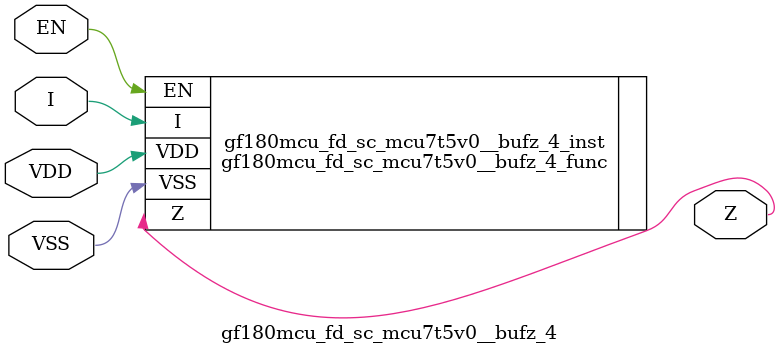
<source format=v>

module gf180mcu_fd_sc_mcu7t5v0__bufz_4( EN, I, Z, VDD, VSS );
input EN, I;
inout VDD, VSS;
output Z;

   `ifdef FUNCTIONAL  //  functional //

	gf180mcu_fd_sc_mcu7t5v0__bufz_4_func gf180mcu_fd_sc_mcu7t5v0__bufz_4_behav_inst(.EN(EN),.I(I),.Z(Z),.VDD(VDD),.VSS(VSS));

   `else

	gf180mcu_fd_sc_mcu7t5v0__bufz_4_func gf180mcu_fd_sc_mcu7t5v0__bufz_4_inst(.EN(EN),.I(I),.Z(Z),.VDD(VDD),.VSS(VSS));

	// spec_gates_begin


	// spec_gates_end



   specify

	// specify_block_begin

	// comb arc EN --> Z
	 (EN => Z) = (1.0,1.0);

	// comb arc I --> Z
	 (I => Z) = (1.0,1.0);

	// specify_block_end

   endspecify

   `endif

endmodule

</source>
